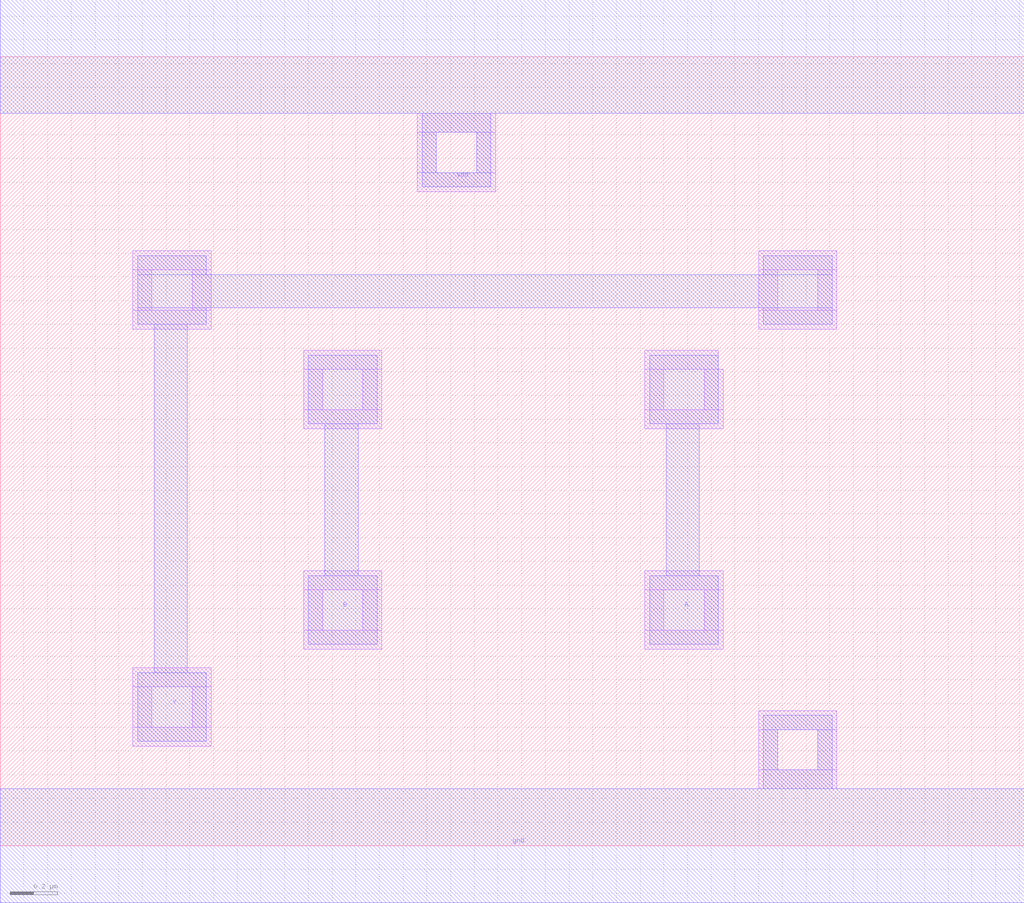
<source format=lef>
VERSION 5.7 ;
  NOWIREEXTENSIONATPIN ON ;
  DIVIDERCHAR "/" ;
  BUSBITCHARS "[]" ;
MACRO NAND2X1
  CLASS CORE ;
  FOREIGN NAND2X1 ;
  ORIGIN 0.000 0.000 ;
  SIZE 4.320 BY 3.330 ;
  SYMMETRY X Y R90 ;
  SITE unit ;
  PIN vdd
    DIRECTION INOUT ;
    USE POWER ;
    SHAPE ABUTMENT ;
    PORT
      LAYER met1 ;
        RECT 0.000 3.090 4.320 3.570 ;
        RECT 1.780 3.010 2.070 3.090 ;
        RECT 1.780 2.840 1.840 3.010 ;
        RECT 2.010 2.840 2.070 3.010 ;
        RECT 1.780 2.780 2.070 2.840 ;
    END
  END vdd
  PIN gnd
    DIRECTION INOUT ;
    USE GROUND ;
    SHAPE ABUTMENT ;
    PORT
      LAYER met1 ;
        RECT 3.220 0.490 3.510 0.550 ;
        RECT 3.220 0.320 3.280 0.490 ;
        RECT 3.450 0.320 3.510 0.490 ;
        RECT 3.220 0.240 3.510 0.320 ;
        RECT 0.000 -0.240 4.320 0.240 ;
    END
  END gnd
  PIN Y
    DIRECTION INOUT ;
    USE SIGNAL ;
    SHAPE ABUTMENT ;
    PORT
      LAYER met1 ;
        RECT 0.580 2.410 0.870 2.490 ;
        RECT 3.220 2.410 3.510 2.490 ;
        RECT 0.580 2.270 3.510 2.410 ;
        RECT 0.580 2.200 0.870 2.270 ;
        RECT 3.220 2.200 3.510 2.270 ;
        RECT 0.650 0.730 0.790 2.200 ;
        RECT 0.580 0.440 0.870 0.730 ;
    END
  END Y
  PIN A
    DIRECTION INOUT ;
    USE SIGNAL ;
    SHAPE ABUTMENT ;
    PORT
      LAYER met1 ;
        RECT 2.740 1.780 3.030 2.070 ;
        RECT 2.810 1.140 2.950 1.780 ;
        RECT 2.740 0.850 3.030 1.140 ;
    END
  END A
  PIN B
    DIRECTION INOUT ;
    USE SIGNAL ;
    SHAPE ABUTMENT ;
    PORT
      LAYER met1 ;
        RECT 1.300 1.780 1.590 2.070 ;
        RECT 1.370 1.140 1.510 1.780 ;
        RECT 1.300 0.850 1.590 1.140 ;
    END
  END B
  OBS
      LAYER li1 ;
        RECT 1.760 3.010 2.090 3.090 ;
        RECT 1.760 2.840 1.840 3.010 ;
        RECT 2.010 2.840 2.090 3.010 ;
        RECT 1.760 2.760 2.090 2.840 ;
        RECT 0.560 2.430 0.890 2.510 ;
        RECT 0.560 2.260 0.640 2.430 ;
        RECT 0.810 2.260 0.890 2.430 ;
        RECT 0.560 2.180 0.890 2.260 ;
        RECT 3.200 2.430 3.530 2.510 ;
        RECT 3.200 2.260 3.280 2.430 ;
        RECT 3.450 2.260 3.530 2.430 ;
        RECT 3.200 2.180 3.530 2.260 ;
        RECT 1.280 2.010 1.610 2.090 ;
        RECT 1.280 1.840 1.360 2.010 ;
        RECT 1.530 1.840 1.610 2.010 ;
        RECT 1.280 1.760 1.610 1.840 ;
        RECT 2.720 2.010 3.030 2.090 ;
        RECT 2.720 1.840 2.800 2.010 ;
        RECT 2.970 1.840 3.050 2.010 ;
        RECT 2.720 1.760 3.050 1.840 ;
        RECT 1.280 1.080 1.610 1.160 ;
        RECT 1.280 0.910 1.360 1.080 ;
        RECT 1.530 0.910 1.610 1.080 ;
        RECT 1.280 0.830 1.610 0.910 ;
        RECT 2.720 1.080 3.050 1.160 ;
        RECT 2.720 0.910 2.800 1.080 ;
        RECT 2.970 0.910 3.050 1.080 ;
        RECT 2.720 0.830 3.050 0.910 ;
        RECT 0.560 0.670 0.890 0.750 ;
        RECT 0.560 0.500 0.640 0.670 ;
        RECT 0.810 0.500 0.890 0.670 ;
        RECT 0.560 0.420 0.890 0.500 ;
        RECT 3.200 0.490 3.530 0.570 ;
        RECT 3.200 0.320 3.280 0.490 ;
        RECT 3.450 0.320 3.530 0.490 ;
        RECT 3.200 0.240 3.530 0.320 ;
  END
END NAND2X1
END LIBRARY


</source>
